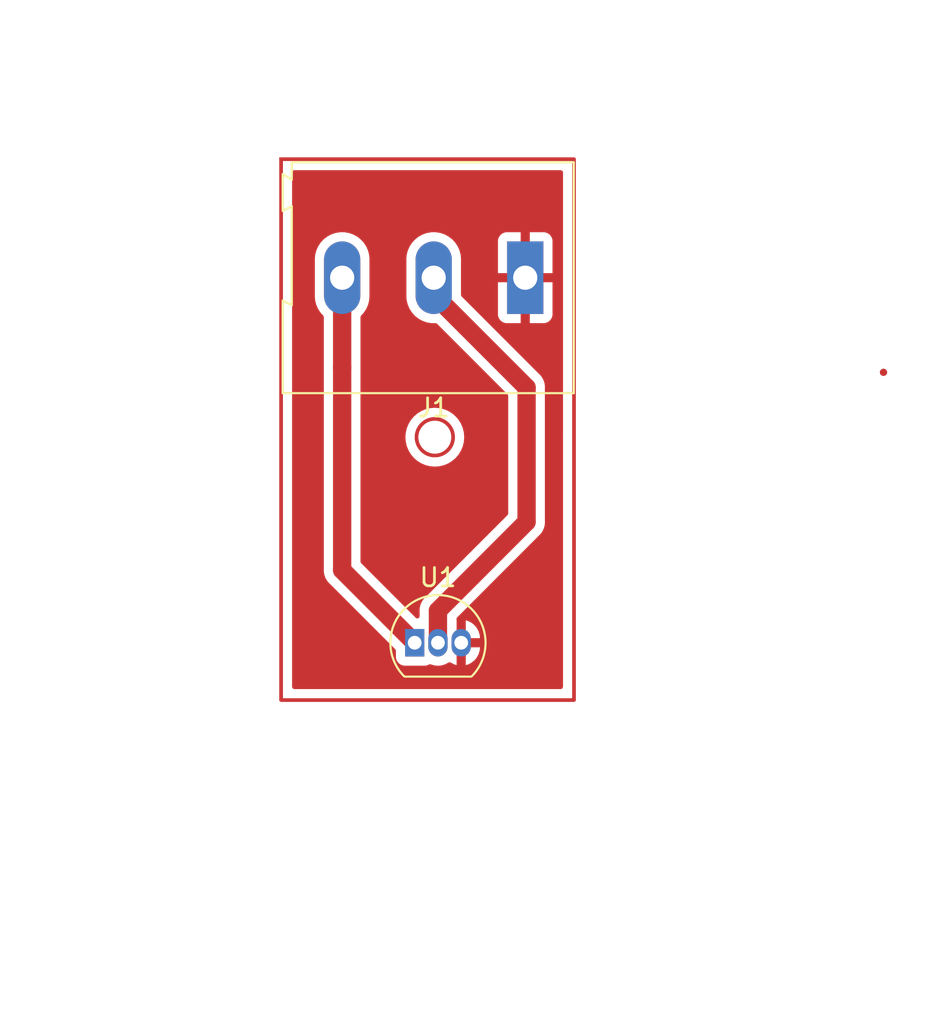
<source format=kicad_pcb>
(kicad_pcb (version 20221018) (generator pcbnew)
  (layers (0 "F.Cu" signal) (31 "B.Cu" signal) (34 "B.Paste" user) (35 "F.Paste" user) (36 "B.SilkS" user "B.Silkscreen") (37 "F.SilkS" user "F.Silkscreen") (38 "B.Mask" user) (39 "F.Mask" user) (44 "Edge.Cuts" user))
  (net 0 "")
  (net 1 "GND")
  (net 2 "Net-(J1-Pin_2)")
  (net 3 "Net-(J1-Pin_3)")
  (footprint "TerminalBlock:TerminalBlock_Altech_AK300-3_P5.00mm" (layer "F.Cu") (at 170.930092 71.036032 180)
    (fp_text reference "J1" (at 5 -7.1) (layer "F.SilkS"))
    (fp_text value "Screw_Terminal_01x03")
    (fp_line (start -2.65 -6.3) (end -2.65 6.3) (stroke (width 0.12)) (layer "F.SilkS"))
    (fp_line (start -2.65 6.3) (end 12.75 6.3) (stroke (width 0.12)) (layer "F.SilkS"))
    (fp_line (start 12.75 -1.5) (end 13.25 -1.25) (stroke (width 0.12)) (layer "F.SilkS"))
    (fp_line (start 12.75 3.9) (end 12.75 -1.5) (stroke (width 0.12)) (layer "F.SilkS"))
    (fp_line (start 12.75 5.35) (end 13.25 5.65) (stroke (width 0.12)) (layer "F.SilkS"))
    (fp_line (start 12.75 6.3) (end 12.75 5.35) (stroke (width 0.12)) (layer "F.SilkS"))
    (fp_line (start 13.25 -6.3) (end -2.65 -6.3) (stroke (width 0.12)) (layer "F.SilkS"))
    (fp_line (start 13.25 -1.25) (end 13.25 -6.3) (stroke (width 0.12)) (layer "F.SilkS"))
    (fp_line (start 13.25 3.65) (end 12.75 3.9) (stroke (width 0.12)) (layer "F.SilkS"))
    (fp_line (start 13.25 5.65) (end 13.25 3.65) (stroke (width 0.12)) (layer "F.SilkS"))
    (pad "1" thru_hole rect (at 0 0 180) (size 1.98 3.96) (drill 1.32) (layers "*.Cu" "*.Mask") (net 1 "GND"))
    (pad "2" thru_hole oval (at 5 0 180) (size 1.98 3.96) (drill 1.32) (layers "*.Cu" "*.Mask") (net 2 "Net-(J1-Pin_2)"))
    (pad "3" thru_hole oval (at 10 0 180) (size 1.98 3.96) (drill 1.32) (layers "*.Cu" "*.Mask") (net 3 "Net-(J1-Pin_3)"))
  )
  (footprint "Package_TO_SOT_THT:TO-92_Inline" (layer "F.Cu") (at 164.89209 90.957727)
    (fp_text reference "U1" (at 1.27 -3.56) (layer "F.SilkS"))
    (fp_text value "LM35-LP")
    (fp_line (start -0.53 1.85) (end 3.07 1.85) (stroke (width 0.12)) (layer "F.SilkS"))
    (fp_arc (start -0.568478 1.838478) (mid -1.132087 -0.994977) (end 1.27 -2.6) (stroke (width 0.12)) (layer "F.SilkS"))
    (fp_arc (start 1.27 -2.6) (mid 3.672087 -0.994977) (end 3.108478 1.838478) (stroke (width 0.12)) (layer "F.SilkS"))
    (pad "1" thru_hole rect (at 0 0) (size 1.05 1.5) (drill 0.75) (layers "*.Cu" "*.Mask") (net 3 "Net-(J1-Pin_3)"))
    (pad "2" thru_hole oval (at 1.27 0) (size 1.05 1.5) (drill 0.75) (layers "*.Cu" "*.Mask") (net 2 "Net-(J1-Pin_2)"))
    (pad "3" thru_hole oval (at 2.54 0) (size 1.05 1.5) (drill 0.75) (layers "*.Cu" "*.Mask") (net 1 "GND"))
  )
  (gr_rect (start 157.594302 64.566969) (end 173.594302 94.086969) (stroke (width 0.2)) (fill none) (layer "F.Cu"))
  (gr_circle (center 165.991681 79.74) (end 166.991681 79.74) (stroke (width 0.2)) (fill none) (layer "F.Cu"))
  (gr_circle (center 190.5 76.2) (end 190.5 76.2) (stroke (width 0.2)) (fill none) (layer "F.Cu"))
  (segment (start 171.00309 84.366727) (end 166.16209 89.207727) (width 1) (layer "F.Cu") (net 2))
  (segment (start 171.00309 77.02309) (end 171.00309 84.366727) (width 1) (layer "F.Cu") (net 2))
  (segment (start 165.930092 71.950092) (end 171.00309 77.02309) (width 1) (layer "F.Cu") (net 2))
  (segment (start 165.930092 71.036032) (end 165.930092 71.950092) (width 1) (layer "F.Cu") (net 2))
  (segment (start 166.16209 89.207727) (end 166.16209 90.957727) (width 1) (layer "F.Cu") (net 2))
  (segment (start 160.930092 86.995729) (end 160.930092 75.936319) (width 1) (layer "F.Cu") (net 3))
  (segment (start 164.89209 90.957727) (end 160.930092 86.995729) (width 1) (layer "F.Cu") (net 3))
  (segment (start 160.930092 71.036032) (end 160.930092 75.936319) (width 1) (layer "F.Cu") (net 3))
  (zone (net 1) (net_name "GND") (layer "F.Cu") (connect_pads (clearance 0.5)) (min_thickness 0.25) (fill yes (thermal_gap 0.5) (thermal_bridge_width 0.5))
    (polygon (pts (xy 142.24 60.96) (xy 144.78 111.76) (xy 193.04 111.76) (xy 190.5 55.88)))
  )
)
</source>
